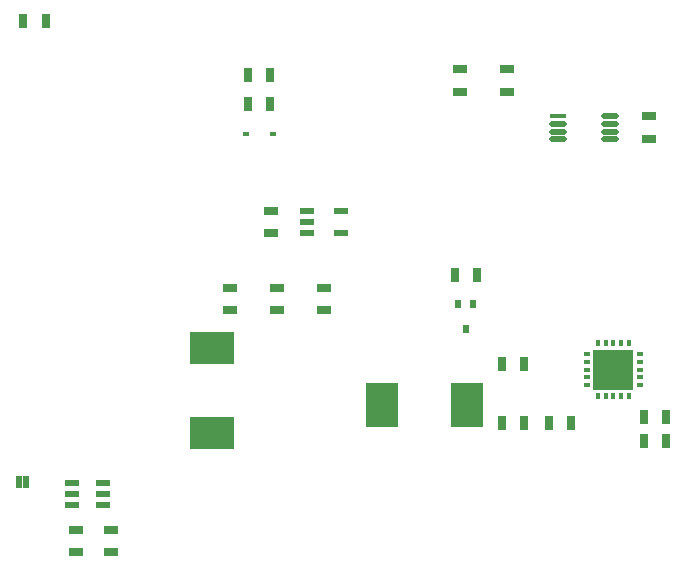
<source format=gtp>
G04*
G04 #@! TF.GenerationSoftware,Altium Limited,CircuitStudio,1.5.2 (30)*
G04*
G04 Layer_Color=7318015*
%FSLAX25Y25*%
%MOIN*%
G70*
G01*
G75*
%ADD10R,0.05118X0.02756*%
%ADD11R,0.02756X0.05118*%
%ADD12R,0.13189X0.13189*%
%ADD13R,0.01575X0.02165*%
%ADD14R,0.02165X0.01575*%
%ADD15R,0.04803X0.02441*%
%ADD16R,0.04724X0.02362*%
%ADD17R,0.15000X0.11000*%
%ADD18R,0.01929X0.01772*%
%ADD19R,0.01969X0.03937*%
G04:AMPARAMS|DCode=20|XSize=57.09mil|YSize=17.72mil|CornerRadius=4.43mil|HoleSize=0mil|Usage=FLASHONLY|Rotation=0.000|XOffset=0mil|YOffset=0mil|HoleType=Round|Shape=RoundedRectangle|*
%AMROUNDEDRECTD20*
21,1,0.05709,0.00886,0,0,0.0*
21,1,0.04823,0.01772,0,0,0.0*
1,1,0.00886,0.02411,-0.00443*
1,1,0.00886,-0.02411,-0.00443*
1,1,0.00886,-0.02411,0.00443*
1,1,0.00886,0.02411,0.00443*
%
%ADD20ROUNDEDRECTD20*%
%ADD21R,0.05709X0.01772*%
%ADD22R,0.11000X0.15000*%
%ADD23R,0.01969X0.03150*%
D10*
X424299Y687307D02*
D03*
Y694787D02*
D03*
X410520Y661717D02*
D03*
Y669197D02*
D03*
X550283Y726284D02*
D03*
Y718803D02*
D03*
X426268Y661717D02*
D03*
Y669197D02*
D03*
X442016D02*
D03*
Y661717D02*
D03*
X371150Y588488D02*
D03*
Y581008D02*
D03*
X359339D02*
D03*
Y588488D02*
D03*
X487291Y742031D02*
D03*
Y734551D02*
D03*
X503039Y742031D02*
D03*
Y734551D02*
D03*
D11*
X349299Y757976D02*
D03*
X341819D02*
D03*
X416622Y730417D02*
D03*
X424102D02*
D03*
Y740260D02*
D03*
X416622D02*
D03*
X524496Y624118D02*
D03*
X517016D02*
D03*
X548512Y626087D02*
D03*
X555992D02*
D03*
Y618213D02*
D03*
X548512D02*
D03*
X501268Y643803D02*
D03*
X508748D02*
D03*
X501268Y624118D02*
D03*
X508748D02*
D03*
X493000Y673331D02*
D03*
X485520D02*
D03*
D12*
X538472Y641835D02*
D03*
D13*
Y650693D02*
D03*
X541032D02*
D03*
X543590D02*
D03*
X535913D02*
D03*
X533354D02*
D03*
X538472Y632976D02*
D03*
X535913D02*
D03*
X533354D02*
D03*
X541032D02*
D03*
X543590D02*
D03*
D14*
X547331Y641835D02*
D03*
Y639276D02*
D03*
Y636717D02*
D03*
Y644394D02*
D03*
Y646953D02*
D03*
X529614Y636717D02*
D03*
Y639276D02*
D03*
Y646953D02*
D03*
Y644394D02*
D03*
Y641835D02*
D03*
D15*
X368433Y600496D02*
D03*
Y604236D02*
D03*
Y596756D02*
D03*
X358118D02*
D03*
Y600496D02*
D03*
Y604236D02*
D03*
D16*
X436504Y691047D02*
D03*
Y687307D02*
D03*
Y694787D02*
D03*
X447528D02*
D03*
Y687307D02*
D03*
D17*
X404614Y620896D02*
D03*
Y648994D02*
D03*
D18*
X415874Y720575D02*
D03*
X424850D02*
D03*
D19*
X340441Y604433D02*
D03*
X342803D02*
D03*
D20*
X537291Y726382D02*
D03*
Y723823D02*
D03*
Y721264D02*
D03*
Y718705D02*
D03*
X519969D02*
D03*
Y721264D02*
D03*
Y723823D02*
D03*
D21*
Y726382D02*
D03*
D22*
X489530Y630023D02*
D03*
X461431D02*
D03*
D23*
X491819Y663685D02*
D03*
X486701D02*
D03*
X489260Y655417D02*
D03*
M02*

</source>
